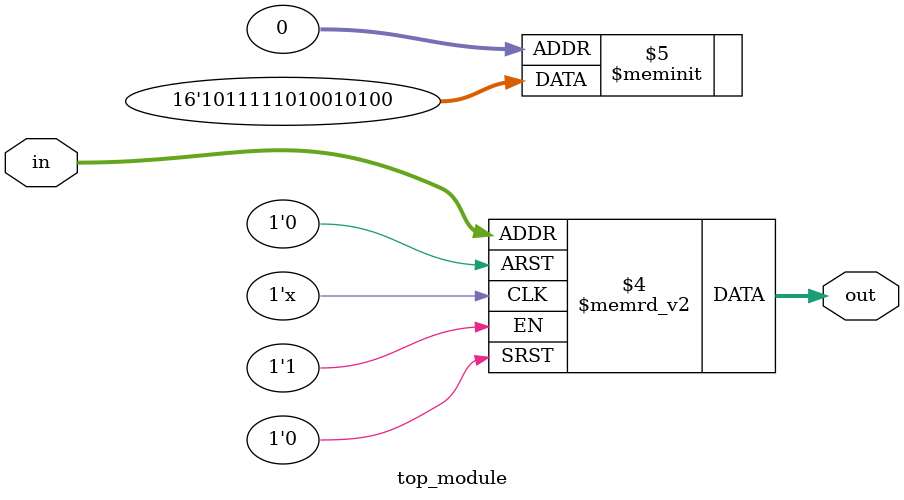
<source format=sv>
module top_module (
    input [2:0] in,
    output reg [1:0] out
);

    // Logic for addition
    always @*
    begin
        case (in)
            3'b000: out = 2'b00;
            3'b001: out = 2'b01;
            3'b010: out = 2'b01;
            3'b011: out = 2'b10;
            3'b100: out = 2'b10;
            3'b101: out = 2'b11;
            3'b110: out = 2'b11;
            3'b111: out = 2'b10;
            default: out = 2'b00;
        endcase
    end
  
endmodule

</source>
